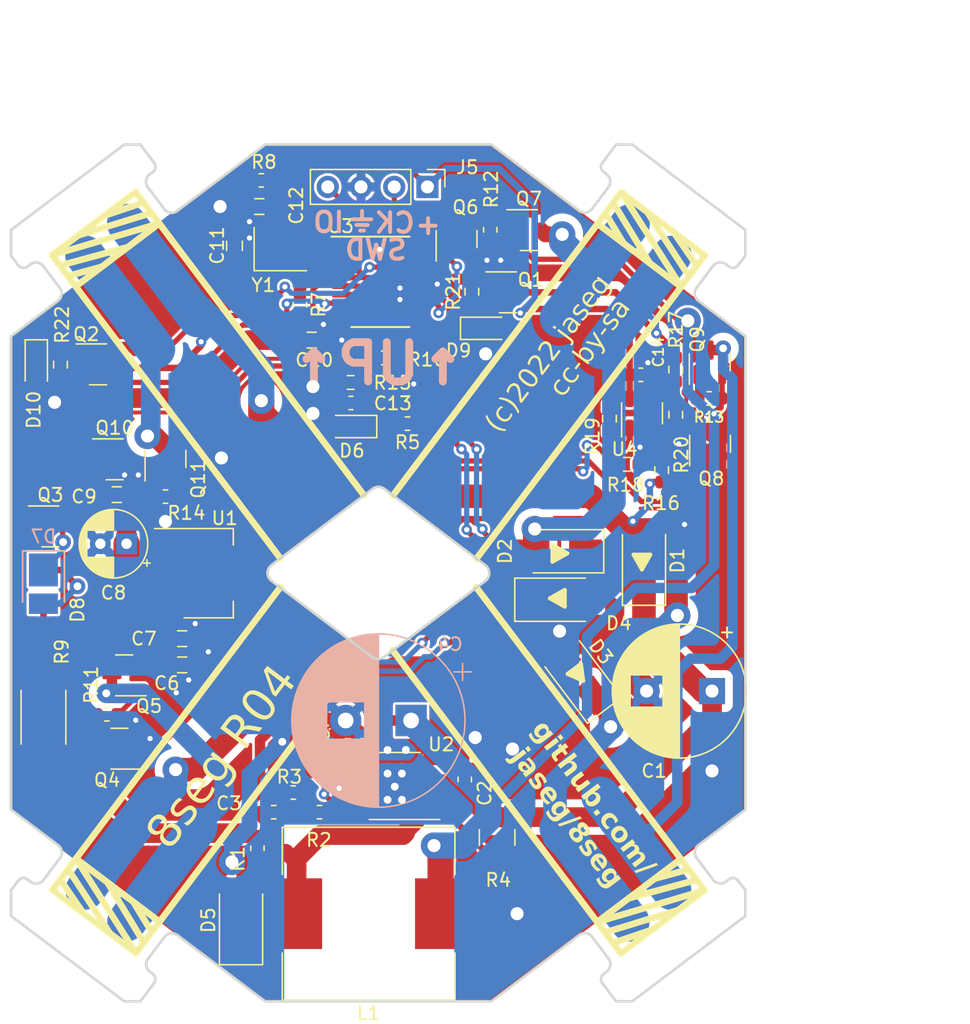
<source format=kicad_pcb>
(kicad_pcb (version 20220427) (generator pcbnew)

  (general
    (thickness 1.6)
  )

  (paper "A4")
  (layers
    (0 "F.Cu" signal)
    (31 "B.Cu" signal)
    (32 "B.Adhes" user "B.Adhesive")
    (33 "F.Adhes" user "F.Adhesive")
    (34 "B.Paste" user)
    (35 "F.Paste" user)
    (36 "B.SilkS" user "B.Silkscreen")
    (37 "F.SilkS" user "F.Silkscreen")
    (38 "B.Mask" user)
    (39 "F.Mask" user)
    (40 "Dwgs.User" user "User.Drawings")
    (41 "Cmts.User" user "User.Comments")
    (42 "Eco1.User" user "User.Eco1")
    (43 "Eco2.User" user "User.Eco2")
    (44 "Edge.Cuts" user)
    (45 "Margin" user)
    (46 "B.CrtYd" user "B.Courtyard")
    (47 "F.CrtYd" user "F.Courtyard")
    (48 "B.Fab" user)
    (49 "F.Fab" user)
  )

  (setup
    (stackup
      (layer "F.SilkS" (type "Top Silk Screen"))
      (layer "F.Paste" (type "Top Solder Paste"))
      (layer "F.Mask" (type "Top Solder Mask") (thickness 0.01))
      (layer "F.Cu" (type "copper") (thickness 0.035))
      (layer "dielectric 1" (type "core") (thickness 1.51) (material "FR4") (epsilon_r 4.5) (loss_tangent 0.02))
      (layer "B.Cu" (type "copper") (thickness 0.035))
      (layer "B.Mask" (type "Bottom Solder Mask") (thickness 0.01))
      (layer "B.Paste" (type "Bottom Solder Paste"))
      (layer "B.SilkS" (type "Bottom Silk Screen"))
      (copper_finish "None")
      (dielectric_constraints no)
    )
    (pad_to_mask_clearance 0)
    (pcbplotparams
      (layerselection 0x00010fc_ffffffff)
      (plot_on_all_layers_selection 0x0000000_00000000)
      (disableapertmacros false)
      (usegerberextensions false)
      (usegerberattributes false)
      (usegerberadvancedattributes false)
      (creategerberjobfile false)
      (dashed_line_dash_ratio 12.000000)
      (dashed_line_gap_ratio 3.000000)
      (svgprecision 6)
      (plotframeref false)
      (viasonmask false)
      (mode 1)
      (useauxorigin false)
      (hpglpennumber 1)
      (hpglpenspeed 20)
      (hpglpendiameter 15.000000)
      (dxfpolygonmode true)
      (dxfimperialunits true)
      (dxfusepcbnewfont true)
      (psnegative false)
      (psa4output false)
      (plotreference true)
      (plotvalue true)
      (plotinvisibletext false)
      (sketchpadsonfab false)
      (subtractmaskfromsilk false)
      (outputformat 1)
      (mirror false)
      (drillshape 0)
      (scaleselection 1)
      (outputdirectory "gerber")
    )
  )

  (net 0 "")
  (net 1 "+12V")
  (net 2 "GND")
  (net 3 "+3V3")
  (net 4 "Net-(C12-Pad1)")
  (net 5 "Net-(D5-K)")
  (net 6 "Net-(U2-FB)")
  (net 7 "/Vmeas_A")
  (net 8 "Net-(R11-Pad2)")
  (net 9 "/CH2")
  (net 10 "/CH3")
  (net 11 "/Q2")
  (net 12 "/Q0")
  (net 13 "/Q3")
  (net 14 "/Q1")
  (net 15 "/SWCLK")
  (net 16 "/SWDIO")
  (net 17 "/CH0")
  (net 18 "/LOAD")
  (net 19 "/CH1")
  (net 20 "+VSW")
  (net 21 "Net-(C11-Pad1)")
  (net 22 "Net-(D7-K)")
  (net 23 "Net-(R12-Pad2)")
  (net 24 "Net-(R13-Pad2)")
  (net 25 "/ILIM")
  (net 26 "/PAD")
  (net 27 "Net-(D7-A)")
  (net 28 "Net-(C3-Pad1)")
  (net 29 "Net-(D8-A)")
  (net 30 "Net-(R14-Pad2)")
  (net 31 "/TX_POK")
  (net 32 "/TX_EN")
  (net 33 "/Vdiff")
  (net 34 "/RECT1")
  (net 35 "/RECT2")
  (net 36 "Net-(U2-BS)")
  (net 37 "Net-(U3-NRST)")
  (net 38 "Net-(U3-BOOT0)")
  (net 39 "Net-(U4-+)")
  (net 40 "Net-(U4--)")
  (net 41 "/VIN_A")
  (net 42 "/VIN_B")

  (footprint "Capacitors_SMD:C_0603_HandSoldering" (layer "F.Cu") (at 162.95 106.975))

  (footprint "Capacitors_SMD:C_0603_HandSoldering" (layer "F.Cu") (at 162.95 104.975))

  (footprint "Capacitors_SMD:C_0603_HandSoldering" (layer "F.Cu") (at 157.95 93.975))

  (footprint "Capacitors_SMD:C_0603_HandSoldering" (layer "F.Cu") (at 172.85 82.175))

  (footprint "Capacitors_SMD:C_0603_HandSoldering" (layer "F.Cu") (at 166.95 74.975 90))

  (footprint "Capacitors_SMD:C_0603_HandSoldering" (layer "F.Cu") (at 168.85 71.975 180))

  (footprint "Diode_SMD:D_SMA" (layer "F.Cu") (at 191.775 98.3 180))

  (footprint "center:led_tape_3528_2835" (layer "F.Cu") (at 199.675 126.6 -143))

  (footprint "center:led_tape_3528_2835" (layer "F.Cu") (at 156.225 126.575 143))

  (footprint "Pin_Headers:Pin_Header_Straight_1x04_Pitch2.54mm" (layer "F.Cu") (at 181.7 70.475 -90))

  (footprint "Resistor_SMD:R_0603_1608Metric_Pad1.05x0.95mm_HandSolder" (layer "F.Cu") (at 180.175 88.55 180))

  (footprint "Resistor_SMD:R_0603_1608Metric_Pad1.05x0.95mm_HandSolder" (layer "F.Cu") (at 171.95 79.475 -90))

  (footprint "Resistor_SMD:R_0603_1608Metric_Pad1.05x0.95mm_HandSolder" (layer "F.Cu") (at 169 69.975 180))

  (footprint "Crystals:Crystal_SMD_3225-4pin_3.2x2.5mm" (layer "F.Cu") (at 170.45 75.225))

  (footprint "Package_TO_SOT_SMD:SOT-223" (layer "F.Cu") (at 164.95 99.975))

  (footprint "Housings_SSOP:TSSOP-20_4.4x6.5mm_Pitch0.65mm" (layer "F.Cu") (at 178.1 77.725))

  (footprint "Capacitor_THT:CP_Radial_D5.0mm_P2.00mm" (layer "F.Cu") (at 158.7 97.725 180))

  (footprint "Diode_SMD:D_SMA" (layer "F.Cu") (at 198.25 99.025 90))

  (footprint "Diode_SMD:D_SMA" (layer "F.Cu") (at 193.2 107.725 127))

  (footprint "Diode_SMD:D_SMA" (layer "F.Cu") (at 191.775 102))

  (footprint "center:led_tape_3528_2835" (layer "F.Cu") (at 199.7 73.3 -37))

  (footprint "center:led_tape_3528_2835" (layer "F.Cu") (at 156.2 73.275 37))

  (footprint "Diode_SMD:D_SMA" (layer "F.Cu") (at 167.45 126.475 90))

  (footprint "Capacitor_SMD:C_0603_1608Metric_Pad1.05x0.95mm_HandSolder" (layer "F.Cu") (at 172.7 114.225 90))

  (footprint "Resistor_SMD:R_0603_1608Metric_Pad1.05x0.95mm_HandSolder" (layer "F.Cu") (at 173.45 118.225))

  (footprint "Resistor_SMD:R_0603_1608Metric_Pad1.05x0.95mm_HandSolder" (layer "F.Cu") (at 171.445088 116.725))

  (footprint "Resistor_SMD:R_0603_1608Metric_Pad1.05x0.95mm_HandSolder" (layer "F.Cu") (at 174.45 114.225 90))

  (footprint "Resistor_SMD:R_2512_6332Metric_Pad1.52x3.35mm_HandSolder" (layer "F.Cu") (at 152.35 110.975 90))

  (footprint "Resistor_SMD:R_0603_1608Metric_Pad1.05x0.95mm_HandSolder" (layer "F.Cu") (at 168.7 120.975 -90))

  (footprint "Inductor_SMD:L_Neosid_SM-NE127_HandSoldering" (layer "F.Cu") (at 177.2 125.975 180))

  (footprint "Package_SO:SOIC-8-1EP_3.9x4.9mm_P1.27mm_EP2.29x3mm" (layer "F.Cu") (at 179.2 116.225 180))

  (footprint "Capacitor_SMD:C_0603_1608Metric_Pad1.05x0.95mm_HandSolder" (layer "F.Cu") (at 184.55 115.725 90))

  (footprint "Capacitor_SMD:C_0603_1608Metric_Pad1.05x0.95mm_HandSolder" (layer "F.Cu") (at 169.95 118.225 180))

  (footprint "Resistor_SMD:R_1210_3225Metric" (layer "F.Cu") (at 187.025 120.15 90))

  (footprint "Diode_SMD:D_SOD-323_HandSoldering" (layer "F.Cu") (at 175.925 88.775 180))

  (footprint "Capacitor_THT:CP_Radial_D10.0mm_P5.00mm" (layer "F.Cu") (at 203.45 108.975 180))

  (footprint "Resistor_SMD:R_0603_1608Metric_Pad1.05x0.95mm_HandSolder" (layer "F.Cu") (at 186.5 73.75 90))

  (footprint "Resistor_SMD:R_0603_1608Metric_Pad1.05x0.95mm_HandSolder" (layer "F.Cu") (at 203.225 86.625 180))

  (footprint "Resistor_SMD:R_0603_1608Metric_Pad1.05x0.95mm_HandSolder" (layer "F.Cu") (at 161.675 94.125 180))

  (footprint "Resistor_SMD:R_0603_1608Metric_Pad1.05x0.95mm_HandSolder" (layer "F.Cu") (at 157.2 110.75))

  (footprint "LED_SMD:LED_PLCC_2835_Handsoldering" (layer "F.Cu")
    (tstamp 00000000-0000-0000-0000-00005df50ed7)
    (at 152.35 100.775 -90)
    (descr "https://www.luckylight.cn/media/component/data-sheet/R2835BC-B2M-M10.pdf")
    (tags "LED")
    (property "LCSC" "C60109")
    (property "Mfg" "Everlight")
    (property "PN" "IR67-21C/TR8")
    (property "Sheetfile" "center.kicad_sch")
    (property "Sheetname" "")
    (path "/00000000-0000-0000-0000-00005df69147")
    (attr smd)
    (fp_text reference "D8" (at 2 -2.6 90) (layer "F.SilkS")
        (effects (font (size 1 1) (thickness 0.15)))
      (tstamp dfeee764-fac2-42d1-8eb4-16fa1dffda0a)
    )
    (fp_text value "LED_ALT" (at 0 2.475 90) (layer "F.Fab")
        (effects (font (size 1 1) (thickness 0.15)))
      (tstamp 2f8c18c2-1d25-4ff0-9097-eadc17b21559)
    )
    (fp_text user "${REFERENCE}" (at 0 0 90) (layer "F.Fab")
        (effects (font (size 0.9 0.9) (thickness 0.135)))
      (tstamp b32c72b8-9d5c-468b-9642-e35cc11d91ec)
    )
    (fp_line (start -2.5 -1.6) (end -2.5 1.6)
      (stroke (width 0.12) (type solid)) (layer "F.SilkS") (tstamp 0874934c-473f-4ab8-be2c-0bf3dbe1722f))
    (fp_line (start 1.4 -1.
... [1173625 chars truncated]
</source>
